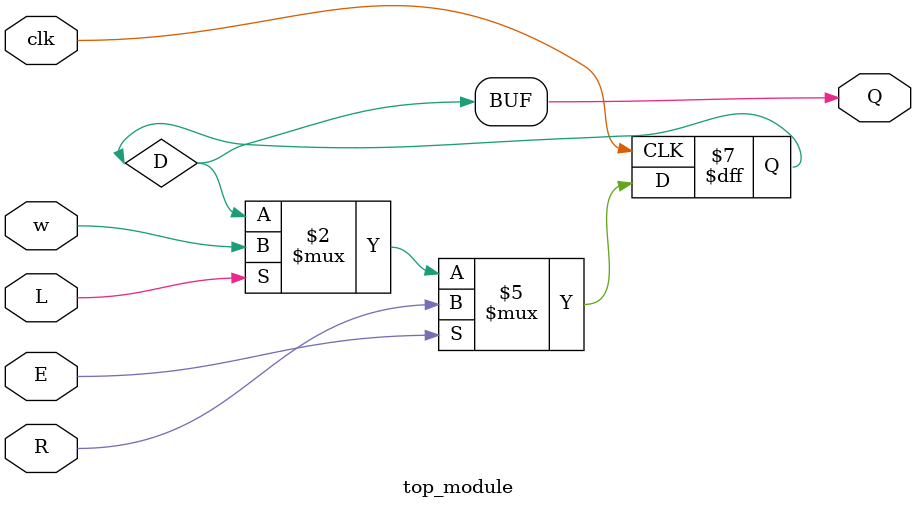
<source format=sv>
module top_module (
	input clk,
	input w,
	input R,
	input E,
	input L,
	output reg Q
);

	reg D;

	always @(posedge clk) begin
		if (E)
			D <= R;
		else if (L)
			D <= w;
	end

	assign Q = D;

endmodule

</source>
